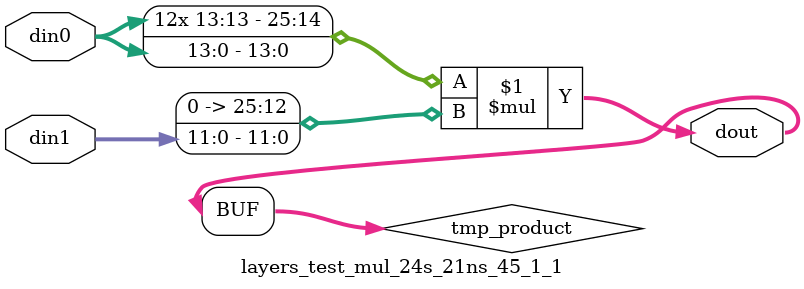
<source format=v>

`timescale 1 ns / 1 ps

 module layers_test_mul_24s_21ns_45_1_1(din0, din1, dout);
parameter ID = 1;
parameter NUM_STAGE = 0;
parameter din0_WIDTH = 14;
parameter din1_WIDTH = 12;
parameter dout_WIDTH = 26;

input [din0_WIDTH - 1 : 0] din0; 
input [din1_WIDTH - 1 : 0] din1; 
output [dout_WIDTH - 1 : 0] dout;

wire signed [dout_WIDTH - 1 : 0] tmp_product;


























assign tmp_product = $signed(din0) * $signed({1'b0, din1});









assign dout = tmp_product;





















endmodule

</source>
